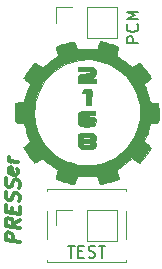
<source format=gbr>
G04 #@! TF.GenerationSoftware,KiCad,Pcbnew,(6.0.0)*
G04 #@! TF.CreationDate,2021-12-29T03:23:08-05:00*
G04 #@! TF.ProjectId,PressureSwitchBreakout,50726573-7375-4726-9553-776974636842,00*
G04 #@! TF.SameCoordinates,Original*
G04 #@! TF.FileFunction,Legend,Top*
G04 #@! TF.FilePolarity,Positive*
%FSLAX46Y46*%
G04 Gerber Fmt 4.6, Leading zero omitted, Abs format (unit mm)*
G04 Created by KiCad (PCBNEW (6.0.0)) date 2021-12-29 03:23:08*
%MOMM*%
%LPD*%
G01*
G04 APERTURE LIST*
%ADD10C,0.300000*%
%ADD11C,0.150000*%
%ADD12C,0.120000*%
%ADD13C,0.010000*%
G04 APERTURE END LIST*
D10*
X134042857Y-97937142D02*
X132842857Y-97787142D01*
X132842857Y-97330000D01*
X132900000Y-97222857D01*
X132957142Y-97172857D01*
X133071428Y-97130000D01*
X133242857Y-97151428D01*
X133357142Y-97222857D01*
X133414285Y-97287142D01*
X133471428Y-97408571D01*
X133471428Y-97865714D01*
X134042857Y-96051428D02*
X133471428Y-96380000D01*
X134042857Y-96737142D02*
X132842857Y-96587142D01*
X132842857Y-96130000D01*
X132900000Y-96022857D01*
X132957142Y-95972857D01*
X133071428Y-95930000D01*
X133242857Y-95951428D01*
X133357142Y-96022857D01*
X133414285Y-96087142D01*
X133471428Y-96208571D01*
X133471428Y-96665714D01*
X133414285Y-95458571D02*
X133414285Y-95058571D01*
X134042857Y-94965714D02*
X134042857Y-95537142D01*
X132842857Y-95387142D01*
X132842857Y-94815714D01*
X133985714Y-94501428D02*
X134042857Y-94337142D01*
X134042857Y-94051428D01*
X133985714Y-93930000D01*
X133928571Y-93865714D01*
X133814285Y-93794285D01*
X133700000Y-93780000D01*
X133585714Y-93822857D01*
X133528571Y-93872857D01*
X133471428Y-93980000D01*
X133414285Y-94201428D01*
X133357142Y-94308571D01*
X133300000Y-94358571D01*
X133185714Y-94401428D01*
X133071428Y-94387142D01*
X132957142Y-94315714D01*
X132900000Y-94251428D01*
X132842857Y-94130000D01*
X132842857Y-93844285D01*
X132900000Y-93680000D01*
X133985714Y-93358571D02*
X134042857Y-93194285D01*
X134042857Y-92908571D01*
X133985714Y-92787142D01*
X133928571Y-92722857D01*
X133814285Y-92651428D01*
X133700000Y-92637142D01*
X133585714Y-92680000D01*
X133528571Y-92730000D01*
X133471428Y-92837142D01*
X133414285Y-93058571D01*
X133357142Y-93165714D01*
X133300000Y-93215714D01*
X133185714Y-93258571D01*
X133071428Y-93244285D01*
X132957142Y-93172857D01*
X132900000Y-93108571D01*
X132842857Y-92987142D01*
X132842857Y-92701428D01*
X132900000Y-92537142D01*
X133835714Y-91757857D02*
X133892857Y-91879285D01*
X133892857Y-92107857D01*
X133835714Y-92215000D01*
X133721428Y-92257857D01*
X133264285Y-92200714D01*
X133150000Y-92129285D01*
X133092857Y-92007857D01*
X133092857Y-91779285D01*
X133150000Y-91672142D01*
X133264285Y-91629285D01*
X133378571Y-91643571D01*
X133492857Y-92229285D01*
X133892857Y-91193571D02*
X133092857Y-91093571D01*
X133321428Y-91122142D02*
X133207142Y-91050714D01*
X133150000Y-90986428D01*
X133092857Y-90865000D01*
X133092857Y-90750714D01*
D11*
X138104761Y-98258380D02*
X138676190Y-98258380D01*
X138390476Y-99258380D02*
X138390476Y-98258380D01*
X139009523Y-98734571D02*
X139342857Y-98734571D01*
X139485714Y-99258380D02*
X139009523Y-99258380D01*
X139009523Y-98258380D01*
X139485714Y-98258380D01*
X139866666Y-99210761D02*
X140009523Y-99258380D01*
X140247619Y-99258380D01*
X140342857Y-99210761D01*
X140390476Y-99163142D01*
X140438095Y-99067904D01*
X140438095Y-98972666D01*
X140390476Y-98877428D01*
X140342857Y-98829809D01*
X140247619Y-98782190D01*
X140057142Y-98734571D01*
X139961904Y-98686952D01*
X139914285Y-98639333D01*
X139866666Y-98544095D01*
X139866666Y-98448857D01*
X139914285Y-98353619D01*
X139961904Y-98306000D01*
X140057142Y-98258380D01*
X140295238Y-98258380D01*
X140438095Y-98306000D01*
X140723809Y-98258380D02*
X141295238Y-98258380D01*
X141009523Y-99258380D02*
X141009523Y-98258380D01*
X144089380Y-81089333D02*
X143089380Y-81089333D01*
X143089380Y-80708380D01*
X143137000Y-80613142D01*
X143184619Y-80565523D01*
X143279857Y-80517904D01*
X143422714Y-80517904D01*
X143517952Y-80565523D01*
X143565571Y-80613142D01*
X143613190Y-80708380D01*
X143613190Y-81089333D01*
X143994142Y-79517904D02*
X144041761Y-79565523D01*
X144089380Y-79708380D01*
X144089380Y-79803619D01*
X144041761Y-79946476D01*
X143946523Y-80041714D01*
X143851285Y-80089333D01*
X143660809Y-80136952D01*
X143517952Y-80136952D01*
X143327476Y-80089333D01*
X143232238Y-80041714D01*
X143137000Y-79946476D01*
X143089380Y-79803619D01*
X143089380Y-79708380D01*
X143137000Y-79565523D01*
X143184619Y-79517904D01*
X144089380Y-79089333D02*
X143089380Y-79089333D01*
X143803666Y-78756000D01*
X143089380Y-78422666D01*
X144089380Y-78422666D01*
D12*
X139700000Y-97850000D02*
X142300000Y-97850000D01*
X139700000Y-95190000D02*
X142300000Y-95190000D01*
X137100000Y-96520000D02*
X137100000Y-95190000D01*
X139700000Y-97850000D02*
X139700000Y-95190000D01*
X142300000Y-97850000D02*
X142300000Y-95190000D01*
X137100000Y-95190000D02*
X138430000Y-95190000D01*
D13*
X140930830Y-80958330D02*
X141050842Y-80985563D01*
X141050842Y-80985563D02*
X141218010Y-81029790D01*
X141218010Y-81029790D02*
X141415788Y-81086012D01*
X141415788Y-81086012D02*
X141627630Y-81149233D01*
X141627630Y-81149233D02*
X141836987Y-81214455D01*
X141836987Y-81214455D02*
X142027314Y-81276681D01*
X142027314Y-81276681D02*
X142182064Y-81330913D01*
X142182064Y-81330913D02*
X142284690Y-81372154D01*
X142284690Y-81372154D02*
X142312985Y-81387534D01*
X142312985Y-81387534D02*
X142343002Y-81419379D01*
X142343002Y-81419379D02*
X142354347Y-81470059D01*
X142354347Y-81470059D02*
X142346545Y-81558279D01*
X142346545Y-81558279D02*
X142319123Y-81702740D01*
X142319123Y-81702740D02*
X142303096Y-81777953D01*
X142303096Y-81777953D02*
X142271244Y-81943841D01*
X142271244Y-81943841D02*
X142252097Y-82081534D01*
X142252097Y-82081534D02*
X142248715Y-82167412D01*
X142248715Y-82167412D02*
X142251143Y-82179312D01*
X142251143Y-82179312D02*
X142296448Y-82227140D01*
X142296448Y-82227140D02*
X142396212Y-82301196D01*
X142396212Y-82301196D02*
X142530631Y-82387044D01*
X142530631Y-82387044D02*
X142559694Y-82404221D01*
X142559694Y-82404221D02*
X142723686Y-82509765D01*
X142723686Y-82509765D02*
X142917077Y-82649032D01*
X142917077Y-82649032D02*
X143107251Y-82798109D01*
X143107251Y-82798109D02*
X143177185Y-82856917D01*
X143177185Y-82856917D02*
X143316735Y-82975561D01*
X143316735Y-82975561D02*
X143431864Y-83070138D01*
X143431864Y-83070138D02*
X143508130Y-83128979D01*
X143508130Y-83128979D02*
X143530857Y-83142667D01*
X143530857Y-83142667D02*
X143574059Y-83120790D01*
X143574059Y-83120790D02*
X143669491Y-83062533D01*
X143669491Y-83062533D02*
X143799253Y-82978950D01*
X143799253Y-82978950D02*
X143847570Y-82947022D01*
X143847570Y-82947022D02*
X143989485Y-82859473D01*
X143989485Y-82859473D02*
X144109291Y-82797949D01*
X144109291Y-82797949D02*
X144186796Y-82772414D01*
X144186796Y-82772414D02*
X144199357Y-82773467D01*
X144199357Y-82773467D02*
X144239910Y-82812430D01*
X144239910Y-82812430D02*
X144319569Y-82906874D01*
X144319569Y-82906874D02*
X144428190Y-83043409D01*
X144428190Y-83043409D02*
X144555628Y-83208651D01*
X144555628Y-83208651D02*
X144691737Y-83389211D01*
X144691737Y-83389211D02*
X144826373Y-83571701D01*
X144826373Y-83571701D02*
X144949390Y-83742736D01*
X144949390Y-83742736D02*
X145050644Y-83888926D01*
X145050644Y-83888926D02*
X145090564Y-83949495D01*
X145090564Y-83949495D02*
X145160137Y-84057823D01*
X145160137Y-84057823D02*
X144864235Y-84301253D01*
X144864235Y-84301253D02*
X144733514Y-84412309D01*
X144733514Y-84412309D02*
X144632329Y-84504967D01*
X144632329Y-84504967D02*
X144575502Y-84565329D01*
X144575502Y-84565329D02*
X144568333Y-84578653D01*
X144568333Y-84578653D02*
X144584704Y-84631636D01*
X144584704Y-84631636D02*
X144627727Y-84738681D01*
X144627727Y-84738681D02*
X144688265Y-84877118D01*
X144688265Y-84877118D02*
X144691377Y-84883991D01*
X144691377Y-84883991D02*
X144757887Y-85049340D01*
X144757887Y-85049340D02*
X144831440Y-85261470D01*
X144831440Y-85261470D02*
X144899982Y-85484679D01*
X144899982Y-85484679D02*
X144925596Y-85577763D01*
X144925596Y-85577763D02*
X144975619Y-85761427D01*
X144975619Y-85761427D02*
X145021435Y-85918258D01*
X145021435Y-85918258D02*
X145056819Y-86027528D01*
X145056819Y-86027528D02*
X145071512Y-86063667D01*
X145071512Y-86063667D02*
X145124633Y-86101947D01*
X145124633Y-86101947D02*
X145241921Y-86129253D01*
X145241921Y-86129253D02*
X145433353Y-86147873D01*
X145433353Y-86147873D02*
X145440543Y-86148334D01*
X145440543Y-86148334D02*
X145774833Y-86169500D01*
X145774833Y-86169500D02*
X145786391Y-86947155D01*
X145786391Y-86947155D02*
X145788811Y-87267495D01*
X145788811Y-87267495D02*
X145785192Y-87507582D01*
X145785192Y-87507582D02*
X145775347Y-87671627D01*
X145775347Y-87671627D02*
X145759090Y-87763841D01*
X145759090Y-87763841D02*
X145749457Y-87783238D01*
X145749457Y-87783238D02*
X145669521Y-87821510D01*
X145669521Y-87821510D02*
X145509050Y-87839852D01*
X145509050Y-87839852D02*
X145415000Y-87841667D01*
X145415000Y-87841667D02*
X145238376Y-87849877D01*
X145238376Y-87849877D02*
X145122625Y-87872996D01*
X145122625Y-87872996D02*
X145086969Y-87894584D01*
X145086969Y-87894584D02*
X145057923Y-87959652D01*
X145057923Y-87959652D02*
X145019829Y-88082936D01*
X145019829Y-88082936D02*
X144980222Y-88239622D01*
X144980222Y-88239622D02*
X144974499Y-88265000D01*
X144974499Y-88265000D02*
X144926151Y-88449042D01*
X144926151Y-88449042D02*
X144856161Y-88673702D01*
X144856161Y-88673702D02*
X144776424Y-88901857D01*
X144776424Y-88901857D02*
X144739656Y-88997991D01*
X144739656Y-88997991D02*
X144575218Y-89413482D01*
X144575218Y-89413482D02*
X144707392Y-89527158D01*
X144707392Y-89527158D02*
X144820957Y-89626460D01*
X144820957Y-89626460D02*
X144953386Y-89744471D01*
X144953386Y-89744471D02*
X145005642Y-89791672D01*
X145005642Y-89791672D02*
X145171717Y-89942510D01*
X145171717Y-89942510D02*
X144697009Y-90585422D01*
X144697009Y-90585422D02*
X144546584Y-90786777D01*
X144546584Y-90786777D02*
X144412092Y-90962326D01*
X144412092Y-90962326D02*
X144301921Y-91101484D01*
X144301921Y-91101484D02*
X144224454Y-91193668D01*
X144224454Y-91193668D02*
X144188076Y-91228294D01*
X144188076Y-91228294D02*
X144187662Y-91228334D01*
X144187662Y-91228334D02*
X144137987Y-91207456D01*
X144137987Y-91207456D02*
X144035734Y-91151827D01*
X144035734Y-91151827D02*
X143899880Y-91071954D01*
X143899880Y-91071954D02*
X143847888Y-91040205D01*
X143847888Y-91040205D02*
X143542754Y-90852077D01*
X143542754Y-90852077D02*
X143219230Y-91115412D01*
X143219230Y-91115412D02*
X143029201Y-91262754D01*
X143029201Y-91262754D02*
X142813608Y-91418777D01*
X142813608Y-91418777D02*
X142612129Y-91554993D01*
X142612129Y-91554993D02*
X142567853Y-91583088D01*
X142567853Y-91583088D02*
X142409422Y-91684039D01*
X142409422Y-91684039D02*
X142308496Y-91764454D01*
X142308496Y-91764454D02*
X142257481Y-91845410D01*
X142257481Y-91845410D02*
X142248784Y-91947980D01*
X142248784Y-91947980D02*
X142274812Y-92093241D01*
X142274812Y-92093241D02*
X142319925Y-92271243D01*
X142319925Y-92271243D02*
X142398400Y-92573320D01*
X142398400Y-92573320D02*
X141661789Y-92815045D01*
X141661789Y-92815045D02*
X141424320Y-92891028D01*
X141424320Y-92891028D02*
X141212953Y-92954989D01*
X141212953Y-92954989D02*
X141041405Y-93003070D01*
X141041405Y-93003070D02*
X140923394Y-93031418D01*
X140923394Y-93031418D02*
X140873505Y-93036614D01*
X140873505Y-93036614D02*
X140835454Y-92989726D01*
X140835454Y-92989726D02*
X140780648Y-92883322D01*
X140780648Y-92883322D02*
X140719430Y-92738096D01*
X140719430Y-92738096D02*
X140704275Y-92697987D01*
X140704275Y-92697987D02*
X140642738Y-92546121D01*
X140642738Y-92546121D02*
X140584524Y-92427796D01*
X140584524Y-92427796D02*
X140540149Y-92363777D01*
X140540149Y-92363777D02*
X140532466Y-92358698D01*
X140532466Y-92358698D02*
X140467805Y-92353355D01*
X140467805Y-92353355D02*
X140341958Y-92357013D01*
X140341958Y-92357013D02*
X140177822Y-92368776D01*
X140177822Y-92368776D02*
X140109036Y-92375300D01*
X140109036Y-92375300D02*
X139799703Y-92391221D01*
X139799703Y-92391221D02*
X139471401Y-92382547D01*
X139471401Y-92382547D02*
X139349545Y-92372338D01*
X139349545Y-92372338D02*
X139149031Y-92354877D01*
X139149031Y-92354877D02*
X139017793Y-92352364D01*
X139017793Y-92352364D02*
X138941706Y-92365156D01*
X138941706Y-92365156D02*
X138913710Y-92383395D01*
X138913710Y-92383395D02*
X138877375Y-92446062D01*
X138877375Y-92446062D02*
X138823000Y-92564622D01*
X138823000Y-92564622D02*
X138761344Y-92715351D01*
X138761344Y-92715351D02*
X138751186Y-92741750D01*
X138751186Y-92741750D02*
X138677989Y-92915113D01*
X138677989Y-92915113D02*
X138617945Y-93013467D01*
X138617945Y-93013467D02*
X138566267Y-93044548D01*
X138566267Y-93044548D02*
X138563842Y-93044476D01*
X138563842Y-93044476D02*
X138501772Y-93030434D01*
X138501772Y-93030434D02*
X138374128Y-92994177D01*
X138374128Y-92994177D02*
X138195692Y-92940156D01*
X138195692Y-92940156D02*
X137981247Y-92872824D01*
X137981247Y-92872824D02*
X137801933Y-92815048D01*
X137801933Y-92815048D02*
X137574413Y-92740290D01*
X137574413Y-92740290D02*
X137376314Y-92673950D01*
X137376314Y-92673950D02*
X137221102Y-92620640D01*
X137221102Y-92620640D02*
X137122247Y-92584970D01*
X137122247Y-92584970D02*
X137092792Y-92572237D01*
X137092792Y-92572237D02*
X137094376Y-92525990D01*
X137094376Y-92525990D02*
X137114122Y-92418614D01*
X137114122Y-92418614D02*
X137148065Y-92270707D01*
X137148065Y-92270707D02*
X137159942Y-92223393D01*
X137159942Y-92223393D02*
X137199702Y-92061902D01*
X137199702Y-92061902D02*
X137229455Y-91929571D01*
X137229455Y-91929571D02*
X137244010Y-91849830D01*
X137244010Y-91849830D02*
X137244666Y-91840897D01*
X137244666Y-91840897D02*
X137210937Y-91798341D01*
X137210937Y-91798341D02*
X137119809Y-91723659D01*
X137119809Y-91723659D02*
X136986366Y-91628476D01*
X136986366Y-91628476D02*
X136869742Y-91551991D01*
X136869742Y-91551991D02*
X136673971Y-91420681D01*
X136673971Y-91420681D02*
X136470436Y-91272407D01*
X136470436Y-91272407D02*
X136292494Y-91131855D01*
X136292494Y-91131855D02*
X136233141Y-91080822D01*
X136233141Y-91080822D02*
X136110092Y-90973507D01*
X136110092Y-90973507D02*
X136011580Y-90892207D01*
X136011580Y-90892207D02*
X135953969Y-90850264D01*
X135953969Y-90850264D02*
X135946785Y-90847334D01*
X135946785Y-90847334D02*
X135902307Y-90868541D01*
X135902307Y-90868541D02*
X135804311Y-90925251D01*
X135804311Y-90925251D02*
X135670440Y-91007091D01*
X135670440Y-91007091D02*
X135604676Y-91048417D01*
X135604676Y-91048417D02*
X135461410Y-91137026D01*
X135461410Y-91137026D02*
X135346886Y-91203833D01*
X135346886Y-91203833D02*
X135278383Y-91238939D01*
X135278383Y-91238939D02*
X135267188Y-91241762D01*
X135267188Y-91241762D02*
X135232254Y-91204441D01*
X135232254Y-91204441D02*
X135159668Y-91111266D01*
X135159668Y-91111266D02*
X135058697Y-90975356D01*
X135058697Y-90975356D02*
X134938611Y-90809828D01*
X134938611Y-90809828D02*
X134808676Y-90627798D01*
X134808676Y-90627798D02*
X134678160Y-90442384D01*
X134678160Y-90442384D02*
X134556331Y-90266703D01*
X134556331Y-90266703D02*
X134452457Y-90113873D01*
X134452457Y-90113873D02*
X134375806Y-89997010D01*
X134375806Y-89997010D02*
X134335645Y-89929233D01*
X134335645Y-89929233D02*
X134331988Y-89918117D01*
X134331988Y-89918117D02*
X134368210Y-89877715D01*
X134368210Y-89877715D02*
X134453904Y-89797814D01*
X134453904Y-89797814D02*
X134573310Y-89692888D01*
X134573310Y-89692888D02*
X134627022Y-89647120D01*
X134627022Y-89647120D02*
X134909211Y-89408740D01*
X134909211Y-89408740D02*
X134766900Y-89059120D01*
X134766900Y-89059120D02*
X134685855Y-88842705D01*
X134685855Y-88842705D02*
X134602750Y-88592832D01*
X134602750Y-88592832D02*
X134533821Y-88358709D01*
X134533821Y-88358709D02*
X134525841Y-88328500D01*
X134525841Y-88328500D02*
X134478915Y-88155131D01*
X134478915Y-88155131D02*
X134436070Y-88010397D01*
X134436070Y-88010397D02*
X134403855Y-87915866D01*
X134403855Y-87915866D02*
X134394047Y-87894584D01*
X134394047Y-87894584D02*
X134329147Y-87862317D01*
X134329147Y-87862317D02*
X134188724Y-87844678D01*
X134188724Y-87844678D02*
X134070630Y-87841667D01*
X134070630Y-87841667D02*
X133927585Y-87842719D01*
X133927585Y-87842719D02*
X133820766Y-87838726D01*
X133820766Y-87838726D02*
X133744916Y-87818961D01*
X133744916Y-87818961D02*
X133694775Y-87772699D01*
X133694775Y-87772699D02*
X133665087Y-87689215D01*
X133665087Y-87689215D02*
X133650592Y-87557782D01*
X133650592Y-87557782D02*
X133646034Y-87367676D01*
X133646034Y-87367676D02*
X133646153Y-87108171D01*
X133646153Y-87108171D02*
X133646278Y-87016167D01*
X133646278Y-87016167D02*
X135281195Y-87016167D01*
X135281195Y-87016167D02*
X135284618Y-87289975D01*
X135284618Y-87289975D02*
X135292422Y-87501604D01*
X135292422Y-87501604D02*
X135307030Y-87673519D01*
X135307030Y-87673519D02*
X135330864Y-87828185D01*
X135330864Y-87828185D02*
X135366345Y-87988067D01*
X135366345Y-87988067D02*
X135399873Y-88116834D01*
X135399873Y-88116834D02*
X135597965Y-88693138D01*
X135597965Y-88693138D02*
X135868317Y-89231973D01*
X135868317Y-89231973D02*
X136205147Y-89727097D01*
X136205147Y-89727097D02*
X136602674Y-90172271D01*
X136602674Y-90172271D02*
X137055117Y-90561255D01*
X137055117Y-90561255D02*
X137556694Y-90887808D01*
X137556694Y-90887808D02*
X138101625Y-91145692D01*
X138101625Y-91145692D02*
X138260666Y-91204562D01*
X138260666Y-91204562D02*
X138516929Y-91289377D01*
X138516929Y-91289377D02*
X138740934Y-91350895D01*
X138740934Y-91350895D02*
X138954914Y-91392186D01*
X138954914Y-91392186D02*
X139181100Y-91416321D01*
X139181100Y-91416321D02*
X139441722Y-91426370D01*
X139441722Y-91426370D02*
X139759014Y-91425405D01*
X139759014Y-91425405D02*
X139848166Y-91423835D01*
X139848166Y-91423835D02*
X140127847Y-91416963D01*
X140127847Y-91416963D02*
X140342820Y-91407284D01*
X140342820Y-91407284D02*
X140513044Y-91392479D01*
X140513044Y-91392479D02*
X140658477Y-91370227D01*
X140658477Y-91370227D02*
X140799078Y-91338209D01*
X140799078Y-91338209D02*
X140948833Y-91295890D01*
X140948833Y-91295890D02*
X141542023Y-91076613D01*
X141542023Y-91076613D02*
X142087663Y-90789458D01*
X142087663Y-90789458D02*
X142581714Y-90438566D01*
X142581714Y-90438566D02*
X143020140Y-90028082D01*
X143020140Y-90028082D02*
X143398903Y-89562148D01*
X143398903Y-89562148D02*
X143713966Y-89044907D01*
X143713966Y-89044907D02*
X143961291Y-88480503D01*
X143961291Y-88480503D02*
X144088028Y-88074500D01*
X144088028Y-88074500D02*
X144133403Y-87892098D01*
X144133403Y-87892098D02*
X144164993Y-87730531D01*
X144164993Y-87730531D02*
X144185309Y-87566268D01*
X144185309Y-87566268D02*
X144196861Y-87375779D01*
X144196861Y-87375779D02*
X144202161Y-87135534D01*
X144202161Y-87135534D02*
X144203225Y-86995000D01*
X144203225Y-86995000D02*
X144199645Y-86650005D01*
X144199645Y-86650005D02*
X144182373Y-86362702D01*
X144182373Y-86362702D02*
X144147145Y-86106645D01*
X144147145Y-86106645D02*
X144089698Y-85855385D01*
X144089698Y-85855385D02*
X144005768Y-85582475D01*
X144005768Y-85582475D02*
X143949485Y-85421112D01*
X143949485Y-85421112D02*
X143709236Y-84873961D01*
X143709236Y-84873961D02*
X143399498Y-84369794D01*
X143399498Y-84369794D02*
X143026494Y-83913705D01*
X143026494Y-83913705D02*
X142596449Y-83510786D01*
X142596449Y-83510786D02*
X142115587Y-83166128D01*
X142115587Y-83166128D02*
X141590132Y-82884825D01*
X141590132Y-82884825D02*
X141026308Y-82671968D01*
X141026308Y-82671968D02*
X140430339Y-82532649D01*
X140430339Y-82532649D02*
X140416130Y-82530322D01*
X140416130Y-82530322D02*
X140026531Y-82481119D01*
X140026531Y-82481119D02*
X139670482Y-82469872D01*
X139670482Y-82469872D02*
X139305851Y-82496582D01*
X139305851Y-82496582D02*
X139068535Y-82530322D01*
X139068535Y-82530322D02*
X138459393Y-82669117D01*
X138459393Y-82669117D02*
X137891721Y-82881614D01*
X137891721Y-82881614D02*
X137363755Y-83168720D01*
X137363755Y-83168720D02*
X136873727Y-83531343D01*
X136873727Y-83531343D02*
X136566671Y-83816074D01*
X136566671Y-83816074D02*
X136202676Y-84224993D01*
X136202676Y-84224993D02*
X135901800Y-84657789D01*
X135901800Y-84657789D02*
X135656414Y-85128620D01*
X135656414Y-85128620D02*
X135458889Y-85651646D01*
X135458889Y-85651646D02*
X135332883Y-86106000D01*
X135332883Y-86106000D02*
X135307039Y-86270595D01*
X135307039Y-86270595D02*
X135289727Y-86509306D01*
X135289727Y-86509306D02*
X135281527Y-86811956D01*
X135281527Y-86811956D02*
X135281195Y-87016167D01*
X135281195Y-87016167D02*
X133646278Y-87016167D01*
X133646278Y-87016167D02*
X133646333Y-86976175D01*
X133646333Y-86976175D02*
X133646333Y-86162074D01*
X133646333Y-86162074D02*
X134031881Y-86123454D01*
X134031881Y-86123454D02*
X134417428Y-86084834D01*
X134417428Y-86084834D02*
X134521009Y-85682667D01*
X134521009Y-85682667D02*
X134585862Y-85454264D01*
X134585862Y-85454264D02*
X134665748Y-85206207D01*
X134665748Y-85206207D02*
X134745889Y-84983743D01*
X134745889Y-84983743D02*
X134765011Y-84935514D01*
X134765011Y-84935514D02*
X134825147Y-84776545D01*
X134825147Y-84776545D02*
X134865996Y-84646187D01*
X134865996Y-84646187D02*
X134881559Y-84564710D01*
X134881559Y-84564710D02*
X134879133Y-84549973D01*
X134879133Y-84549973D02*
X134835966Y-84505472D01*
X134835966Y-84505472D02*
X134744593Y-84423184D01*
X134744593Y-84423184D02*
X134622509Y-84318727D01*
X134622509Y-84318727D02*
X134585265Y-84287683D01*
X134585265Y-84287683D02*
X134453594Y-84169846D01*
X134453594Y-84169846D02*
X134367651Y-84074664D01*
X134367651Y-84074664D02*
X134338323Y-84014450D01*
X134338323Y-84014450D02*
X134339364Y-84009487D01*
X134339364Y-84009487D02*
X134369670Y-83960079D01*
X134369670Y-83960079D02*
X134440258Y-83856614D01*
X134440258Y-83856614D02*
X134541033Y-83713081D01*
X134541033Y-83713081D02*
X134661895Y-83543467D01*
X134661895Y-83543467D02*
X134792748Y-83361761D01*
X134792748Y-83361761D02*
X134923494Y-83181952D01*
X134923494Y-83181952D02*
X135044036Y-83018028D01*
X135044036Y-83018028D02*
X135144276Y-82883978D01*
X135144276Y-82883978D02*
X135214117Y-82793790D01*
X135214117Y-82793790D02*
X135234204Y-82769824D01*
X135234204Y-82769824D02*
X135274325Y-82748737D01*
X135274325Y-82748737D02*
X135338566Y-82763924D01*
X135338566Y-82763924D02*
X135443300Y-82821388D01*
X135443300Y-82821388D02*
X135534104Y-82879790D01*
X135534104Y-82879790D02*
X135711306Y-82997001D01*
X135711306Y-82997001D02*
X135835253Y-83071227D01*
X135835253Y-83071227D02*
X135925147Y-83103287D01*
X135925147Y-83103287D02*
X136000185Y-83093999D01*
X136000185Y-83093999D02*
X136079570Y-83044181D01*
X136079570Y-83044181D02*
X136182502Y-82954653D01*
X136182502Y-82954653D02*
X136232698Y-82909574D01*
X136232698Y-82909574D02*
X136390053Y-82779492D01*
X136390053Y-82779492D02*
X136587044Y-82631303D01*
X136587044Y-82631303D02*
X136790276Y-82489730D01*
X136790276Y-82489730D02*
X136869742Y-82438010D01*
X136869742Y-82438010D02*
X137040016Y-82323602D01*
X137040016Y-82323602D02*
X137165396Y-82226154D01*
X137165396Y-82226154D02*
X137234289Y-82155152D01*
X137234289Y-82155152D02*
X137243941Y-82131748D01*
X137243941Y-82131748D02*
X137233364Y-82059355D01*
X137233364Y-82059355D02*
X137206084Y-81930976D01*
X137206084Y-81930976D02*
X137167636Y-81772320D01*
X137167636Y-81772320D02*
X137160899Y-81746158D01*
X137160899Y-81746158D02*
X137125488Y-81592419D01*
X137125488Y-81592419D02*
X137106071Y-81471644D01*
X137106071Y-81471644D02*
X137105960Y-81405741D01*
X137105960Y-81405741D02*
X137108708Y-81400915D01*
X137108708Y-81400915D02*
X137164869Y-81373411D01*
X137164869Y-81373411D02*
X137285499Y-81328562D01*
X137285499Y-81328562D02*
X137453478Y-81271639D01*
X137453478Y-81271639D02*
X137651685Y-81207911D01*
X137651685Y-81207911D02*
X137862998Y-81142649D01*
X137862998Y-81142649D02*
X138070298Y-81081122D01*
X138070298Y-81081122D02*
X138256462Y-81028599D01*
X138256462Y-81028599D02*
X138404371Y-80990352D01*
X138404371Y-80990352D02*
X138496902Y-80971649D01*
X138496902Y-80971649D02*
X138506153Y-80970777D01*
X138506153Y-80970777D02*
X138577129Y-80970372D01*
X138577129Y-80970372D02*
X138627250Y-80989855D01*
X138627250Y-80989855D02*
X138670085Y-81044994D01*
X138670085Y-81044994D02*
X138719209Y-81151560D01*
X138719209Y-81151560D02*
X138768841Y-81275988D01*
X138768841Y-81275988D02*
X138830948Y-81427953D01*
X138830948Y-81427953D02*
X138885002Y-81549027D01*
X138885002Y-81549027D02*
X138921204Y-81617534D01*
X138921204Y-81617534D02*
X138925959Y-81623560D01*
X138925959Y-81623560D02*
X138980325Y-81634150D01*
X138980325Y-81634150D02*
X139098556Y-81634727D01*
X139098556Y-81634727D02*
X139260488Y-81625633D01*
X139260488Y-81625633D02*
X139366421Y-81616070D01*
X139366421Y-81616070D02*
X139739658Y-81595867D01*
X139739658Y-81595867D02*
X140091845Y-81610410D01*
X140091845Y-81610410D02*
X140124199Y-81613809D01*
X140124199Y-81613809D02*
X140292495Y-81629694D01*
X140292495Y-81629694D02*
X140430918Y-81637352D01*
X140430918Y-81637352D02*
X140516001Y-81635661D01*
X140516001Y-81635661D02*
X140527759Y-81633109D01*
X140527759Y-81633109D02*
X140566272Y-81586415D01*
X140566272Y-81586415D02*
X140622063Y-81480284D01*
X140622063Y-81480284D02*
X140684657Y-81335269D01*
X140684657Y-81335269D02*
X140700875Y-81293410D01*
X140700875Y-81293410D02*
X140763598Y-81141497D01*
X140763598Y-81141497D02*
X140822359Y-81022986D01*
X140822359Y-81022986D02*
X140866644Y-80958482D01*
X140866644Y-80958482D02*
X140874521Y-80953088D01*
X140874521Y-80953088D02*
X140930830Y-80958330D01*
X140930830Y-80958330D02*
X140930830Y-80958330D01*
G36*
X133646333Y-86162074D02*
G01*
X134031881Y-86123454D01*
X134417428Y-86084834D01*
X134521009Y-85682667D01*
X134585862Y-85454264D01*
X134665748Y-85206207D01*
X134745889Y-84983743D01*
X134765011Y-84935514D01*
X134825147Y-84776545D01*
X134865996Y-84646187D01*
X134881559Y-84564710D01*
X134879133Y-84549973D01*
X134835966Y-84505472D01*
X134744593Y-84423184D01*
X134622509Y-84318727D01*
X134585265Y-84287683D01*
X134453594Y-84169846D01*
X134367651Y-84074664D01*
X134338323Y-84014450D01*
X134339364Y-84009487D01*
X134369670Y-83960079D01*
X134440258Y-83856614D01*
X134541033Y-83713081D01*
X134661895Y-83543467D01*
X134792748Y-83361761D01*
X134923494Y-83181952D01*
X135044036Y-83018028D01*
X135144276Y-82883978D01*
X135214117Y-82793790D01*
X135234204Y-82769824D01*
X135274325Y-82748737D01*
X135338566Y-82763924D01*
X135443300Y-82821388D01*
X135534104Y-82879790D01*
X135711306Y-82997001D01*
X135835253Y-83071227D01*
X135925147Y-83103287D01*
X136000185Y-83093999D01*
X136079570Y-83044181D01*
X136182502Y-82954653D01*
X136232698Y-82909574D01*
X136390053Y-82779492D01*
X136587044Y-82631303D01*
X136790276Y-82489730D01*
X136869742Y-82438010D01*
X137040016Y-82323602D01*
X137165396Y-82226154D01*
X137234289Y-82155152D01*
X137243941Y-82131748D01*
X137233364Y-82059355D01*
X137206084Y-81930976D01*
X137167636Y-81772320D01*
X137160899Y-81746158D01*
X137125488Y-81592419D01*
X137106071Y-81471644D01*
X137105960Y-81405741D01*
X137108708Y-81400915D01*
X137164869Y-81373411D01*
X137285499Y-81328562D01*
X137453478Y-81271639D01*
X137651685Y-81207911D01*
X137862998Y-81142649D01*
X138070298Y-81081122D01*
X138256462Y-81028599D01*
X138404371Y-80990352D01*
X138496902Y-80971649D01*
X138506153Y-80970777D01*
X138577129Y-80970372D01*
X138627250Y-80989855D01*
X138670085Y-81044994D01*
X138719209Y-81151560D01*
X138768841Y-81275988D01*
X138830948Y-81427953D01*
X138885002Y-81549027D01*
X138921204Y-81617534D01*
X138925959Y-81623560D01*
X138980325Y-81634150D01*
X139098556Y-81634727D01*
X139260488Y-81625633D01*
X139366421Y-81616070D01*
X139739658Y-81595867D01*
X140091845Y-81610410D01*
X140124199Y-81613809D01*
X140292495Y-81629694D01*
X140430918Y-81637352D01*
X140516001Y-81635661D01*
X140527759Y-81633109D01*
X140566272Y-81586415D01*
X140622063Y-81480284D01*
X140684657Y-81335269D01*
X140700875Y-81293410D01*
X140763598Y-81141497D01*
X140822359Y-81022986D01*
X140866644Y-80958482D01*
X140874521Y-80953088D01*
X140930830Y-80958330D01*
X141050842Y-80985563D01*
X141218010Y-81029790D01*
X141415788Y-81086012D01*
X141627630Y-81149233D01*
X141836987Y-81214455D01*
X142027314Y-81276681D01*
X142182064Y-81330913D01*
X142284690Y-81372154D01*
X142312985Y-81387534D01*
X142343002Y-81419379D01*
X142354347Y-81470059D01*
X142346545Y-81558279D01*
X142319123Y-81702740D01*
X142303096Y-81777953D01*
X142271244Y-81943841D01*
X142252097Y-82081534D01*
X142248715Y-82167412D01*
X142251143Y-82179312D01*
X142296448Y-82227140D01*
X142396212Y-82301196D01*
X142530631Y-82387044D01*
X142559694Y-82404221D01*
X142723686Y-82509765D01*
X142917077Y-82649032D01*
X143107251Y-82798109D01*
X143177185Y-82856917D01*
X143316735Y-82975561D01*
X143431864Y-83070138D01*
X143508130Y-83128979D01*
X143530857Y-83142667D01*
X143574059Y-83120790D01*
X143669491Y-83062533D01*
X143799253Y-82978950D01*
X143847570Y-82947022D01*
X143989485Y-82859473D01*
X144109291Y-82797949D01*
X144186796Y-82772414D01*
X144199357Y-82773467D01*
X144239910Y-82812430D01*
X144319569Y-82906874D01*
X144428190Y-83043409D01*
X144555628Y-83208651D01*
X144691737Y-83389211D01*
X144826373Y-83571701D01*
X144949390Y-83742736D01*
X145050644Y-83888926D01*
X145090564Y-83949495D01*
X145160137Y-84057823D01*
X144864235Y-84301253D01*
X144733514Y-84412309D01*
X144632329Y-84504967D01*
X144575502Y-84565329D01*
X144568333Y-84578653D01*
X144584704Y-84631636D01*
X144627727Y-84738681D01*
X144688265Y-84877118D01*
X144691377Y-84883991D01*
X144757887Y-85049340D01*
X144831440Y-85261470D01*
X144899982Y-85484679D01*
X144925596Y-85577763D01*
X144975619Y-85761427D01*
X145021435Y-85918258D01*
X145056819Y-86027528D01*
X145071512Y-86063667D01*
X145124633Y-86101947D01*
X145241921Y-86129253D01*
X145433353Y-86147873D01*
X145440543Y-86148334D01*
X145774833Y-86169500D01*
X145786391Y-86947155D01*
X145788811Y-87267495D01*
X145785192Y-87507582D01*
X145775347Y-87671627D01*
X145759090Y-87763841D01*
X145749457Y-87783238D01*
X145669521Y-87821510D01*
X145509050Y-87839852D01*
X145415000Y-87841667D01*
X145238376Y-87849877D01*
X145122625Y-87872996D01*
X145086969Y-87894584D01*
X145057923Y-87959652D01*
X145019829Y-88082936D01*
X144980222Y-88239622D01*
X144974499Y-88265000D01*
X144926151Y-88449042D01*
X144856161Y-88673702D01*
X144776424Y-88901857D01*
X144739656Y-88997991D01*
X144575218Y-89413482D01*
X144707392Y-89527158D01*
X144820957Y-89626460D01*
X144953386Y-89744471D01*
X145005642Y-89791672D01*
X145171717Y-89942510D01*
X144697009Y-90585422D01*
X144546584Y-90786777D01*
X144412092Y-90962326D01*
X144301921Y-91101484D01*
X144224454Y-91193668D01*
X144188076Y-91228294D01*
X144187662Y-91228334D01*
X144137987Y-91207456D01*
X144035734Y-91151827D01*
X143899880Y-91071954D01*
X143847888Y-91040205D01*
X143542754Y-90852077D01*
X143219230Y-91115412D01*
X143029201Y-91262754D01*
X142813608Y-91418777D01*
X142612129Y-91554993D01*
X142567853Y-91583088D01*
X142409422Y-91684039D01*
X142308496Y-91764454D01*
X142257481Y-91845410D01*
X142248784Y-91947980D01*
X142274812Y-92093241D01*
X142319925Y-92271243D01*
X142398400Y-92573320D01*
X141661789Y-92815045D01*
X141424320Y-92891028D01*
X141212953Y-92954989D01*
X141041405Y-93003070D01*
X140923394Y-93031418D01*
X140873505Y-93036614D01*
X140835454Y-92989726D01*
X140780648Y-92883322D01*
X140719430Y-92738096D01*
X140704275Y-92697987D01*
X140642738Y-92546121D01*
X140584524Y-92427796D01*
X140540149Y-92363777D01*
X140532466Y-92358698D01*
X140467805Y-92353355D01*
X140341958Y-92357013D01*
X140177822Y-92368776D01*
X140109036Y-92375300D01*
X139799703Y-92391221D01*
X139471401Y-92382547D01*
X139349545Y-92372338D01*
X139149031Y-92354877D01*
X139017793Y-92352364D01*
X138941706Y-92365156D01*
X138913710Y-92383395D01*
X138877375Y-92446062D01*
X138823000Y-92564622D01*
X138761344Y-92715351D01*
X138751186Y-92741750D01*
X138677989Y-92915113D01*
X138617945Y-93013467D01*
X138566267Y-93044548D01*
X138563842Y-93044476D01*
X138501772Y-93030434D01*
X138374128Y-92994177D01*
X138195692Y-92940156D01*
X137981247Y-92872824D01*
X137801933Y-92815048D01*
X137574413Y-92740290D01*
X137376314Y-92673950D01*
X137221102Y-92620640D01*
X137122247Y-92584970D01*
X137092792Y-92572237D01*
X137094376Y-92525990D01*
X137114122Y-92418614D01*
X137148065Y-92270707D01*
X137159942Y-92223393D01*
X137199702Y-92061902D01*
X137229455Y-91929571D01*
X137244010Y-91849830D01*
X137244666Y-91840897D01*
X137210937Y-91798341D01*
X137119809Y-91723659D01*
X136986366Y-91628476D01*
X136869742Y-91551991D01*
X136673971Y-91420681D01*
X136470436Y-91272407D01*
X136292494Y-91131855D01*
X136233141Y-91080822D01*
X136110092Y-90973507D01*
X136011580Y-90892207D01*
X135953969Y-90850264D01*
X135946785Y-90847334D01*
X135902307Y-90868541D01*
X135804311Y-90925251D01*
X135670440Y-91007091D01*
X135604676Y-91048417D01*
X135461410Y-91137026D01*
X135346886Y-91203833D01*
X135278383Y-91238939D01*
X135267188Y-91241762D01*
X135232254Y-91204441D01*
X135159668Y-91111266D01*
X135058697Y-90975356D01*
X134938611Y-90809828D01*
X134808676Y-90627798D01*
X134678160Y-90442384D01*
X134556331Y-90266703D01*
X134452457Y-90113873D01*
X134375806Y-89997010D01*
X134335645Y-89929233D01*
X134331988Y-89918117D01*
X134368210Y-89877715D01*
X134453904Y-89797814D01*
X134573310Y-89692888D01*
X134627022Y-89647120D01*
X134909211Y-89408740D01*
X134766900Y-89059120D01*
X134685855Y-88842705D01*
X134602750Y-88592832D01*
X134533821Y-88358709D01*
X134525841Y-88328500D01*
X134478915Y-88155131D01*
X134436070Y-88010397D01*
X134403855Y-87915866D01*
X134394047Y-87894584D01*
X134329147Y-87862317D01*
X134188724Y-87844678D01*
X134070630Y-87841667D01*
X133927585Y-87842719D01*
X133820766Y-87838726D01*
X133744916Y-87818961D01*
X133694775Y-87772699D01*
X133665087Y-87689215D01*
X133650592Y-87557782D01*
X133646034Y-87367676D01*
X133646153Y-87108171D01*
X133646278Y-87016167D01*
X135281195Y-87016167D01*
X135284618Y-87289975D01*
X135292422Y-87501604D01*
X135307030Y-87673519D01*
X135330864Y-87828185D01*
X135366345Y-87988067D01*
X135399873Y-88116834D01*
X135597965Y-88693138D01*
X135868317Y-89231973D01*
X136205147Y-89727097D01*
X136602674Y-90172271D01*
X137055117Y-90561255D01*
X137556694Y-90887808D01*
X138101625Y-91145692D01*
X138260666Y-91204562D01*
X138516929Y-91289377D01*
X138740934Y-91350895D01*
X138954914Y-91392186D01*
X139181100Y-91416321D01*
X139441722Y-91426370D01*
X139759014Y-91425405D01*
X139848166Y-91423835D01*
X140127847Y-91416963D01*
X140342820Y-91407284D01*
X140513044Y-91392479D01*
X140658477Y-91370227D01*
X140799078Y-91338209D01*
X140948833Y-91295890D01*
X141542023Y-91076613D01*
X142087663Y-90789458D01*
X142581714Y-90438566D01*
X143020140Y-90028082D01*
X143398903Y-89562148D01*
X143713966Y-89044907D01*
X143961291Y-88480503D01*
X144088028Y-88074500D01*
X144133403Y-87892098D01*
X144164993Y-87730531D01*
X144185309Y-87566268D01*
X144196861Y-87375779D01*
X144202161Y-87135534D01*
X144203225Y-86995000D01*
X144199645Y-86650005D01*
X144182373Y-86362702D01*
X144147145Y-86106645D01*
X144089698Y-85855385D01*
X144005768Y-85582475D01*
X143949485Y-85421112D01*
X143709236Y-84873961D01*
X143399498Y-84369794D01*
X143026494Y-83913705D01*
X142596449Y-83510786D01*
X142115587Y-83166128D01*
X141590132Y-82884825D01*
X141026308Y-82671968D01*
X140430339Y-82532649D01*
X140416130Y-82530322D01*
X140026531Y-82481119D01*
X139670482Y-82469872D01*
X139305851Y-82496582D01*
X139068535Y-82530322D01*
X138459393Y-82669117D01*
X137891721Y-82881614D01*
X137363755Y-83168720D01*
X136873727Y-83531343D01*
X136566671Y-83816074D01*
X136202676Y-84224993D01*
X135901800Y-84657789D01*
X135656414Y-85128620D01*
X135458889Y-85651646D01*
X135332883Y-86106000D01*
X135307039Y-86270595D01*
X135289727Y-86509306D01*
X135281527Y-86811956D01*
X135281195Y-87016167D01*
X133646278Y-87016167D01*
X133646333Y-86976175D01*
X133646333Y-86162074D01*
G37*
X133646333Y-86162074D02*
X134031881Y-86123454D01*
X134417428Y-86084834D01*
X134521009Y-85682667D01*
X134585862Y-85454264D01*
X134665748Y-85206207D01*
X134745889Y-84983743D01*
X134765011Y-84935514D01*
X134825147Y-84776545D01*
X134865996Y-84646187D01*
X134881559Y-84564710D01*
X134879133Y-84549973D01*
X134835966Y-84505472D01*
X134744593Y-84423184D01*
X134622509Y-84318727D01*
X134585265Y-84287683D01*
X134453594Y-84169846D01*
X134367651Y-84074664D01*
X134338323Y-84014450D01*
X134339364Y-84009487D01*
X134369670Y-83960079D01*
X134440258Y-83856614D01*
X134541033Y-83713081D01*
X134661895Y-83543467D01*
X134792748Y-83361761D01*
X134923494Y-83181952D01*
X135044036Y-83018028D01*
X135144276Y-82883978D01*
X135214117Y-82793790D01*
X135234204Y-82769824D01*
X135274325Y-82748737D01*
X135338566Y-82763924D01*
X135443300Y-82821388D01*
X135534104Y-82879790D01*
X135711306Y-82997001D01*
X135835253Y-83071227D01*
X135925147Y-83103287D01*
X136000185Y-83093999D01*
X136079570Y-83044181D01*
X136182502Y-82954653D01*
X136232698Y-82909574D01*
X136390053Y-82779492D01*
X136587044Y-82631303D01*
X136790276Y-82489730D01*
X136869742Y-82438010D01*
X137040016Y-82323602D01*
X137165396Y-82226154D01*
X137234289Y-82155152D01*
X137243941Y-82131748D01*
X137233364Y-82059355D01*
X137206084Y-81930976D01*
X137167636Y-81772320D01*
X137160899Y-81746158D01*
X137125488Y-81592419D01*
X137106071Y-81471644D01*
X137105960Y-81405741D01*
X137108708Y-81400915D01*
X137164869Y-81373411D01*
X137285499Y-81328562D01*
X137453478Y-81271639D01*
X137651685Y-81207911D01*
X137862998Y-81142649D01*
X138070298Y-81081122D01*
X138256462Y-81028599D01*
X138404371Y-80990352D01*
X138496902Y-80971649D01*
X138506153Y-80970777D01*
X138577129Y-80970372D01*
X138627250Y-80989855D01*
X138670085Y-81044994D01*
X138719209Y-81151560D01*
X138768841Y-81275988D01*
X138830948Y-81427953D01*
X138885002Y-81549027D01*
X138921204Y-81617534D01*
X138925959Y-81623560D01*
X138980325Y-81634150D01*
X139098556Y-81634727D01*
X139260488Y-81625633D01*
X139366421Y-81616070D01*
X139739658Y-81595867D01*
X140091845Y-81610410D01*
X140124199Y-81613809D01*
X140292495Y-81629694D01*
X140430918Y-81637352D01*
X140516001Y-81635661D01*
X140527759Y-81633109D01*
X140566272Y-81586415D01*
X140622063Y-81480284D01*
X140684657Y-81335269D01*
X140700875Y-81293410D01*
X140763598Y-81141497D01*
X140822359Y-81022986D01*
X140866644Y-80958482D01*
X140874521Y-80953088D01*
X140930830Y-80958330D01*
X141050842Y-80985563D01*
X141218010Y-81029790D01*
X141415788Y-81086012D01*
X141627630Y-81149233D01*
X141836987Y-81214455D01*
X142027314Y-81276681D01*
X142182064Y-81330913D01*
X142284690Y-81372154D01*
X142312985Y-81387534D01*
X142343002Y-81419379D01*
X142354347Y-81470059D01*
X142346545Y-81558279D01*
X142319123Y-81702740D01*
X142303096Y-81777953D01*
X142271244Y-81943841D01*
X142252097Y-82081534D01*
X142248715Y-82167412D01*
X142251143Y-82179312D01*
X142296448Y-82227140D01*
X142396212Y-82301196D01*
X142530631Y-82387044D01*
X142559694Y-82404221D01*
X142723686Y-82509765D01*
X142917077Y-82649032D01*
X143107251Y-82798109D01*
X143177185Y-82856917D01*
X143316735Y-82975561D01*
X143431864Y-83070138D01*
X143508130Y-83128979D01*
X143530857Y-83142667D01*
X143574059Y-83120790D01*
X143669491Y-83062533D01*
X143799253Y-82978950D01*
X143847570Y-82947022D01*
X143989485Y-82859473D01*
X144109291Y-82797949D01*
X144186796Y-82772414D01*
X144199357Y-82773467D01*
X144239910Y-82812430D01*
X144319569Y-82906874D01*
X144428190Y-83043409D01*
X144555628Y-83208651D01*
X144691737Y-83389211D01*
X144826373Y-83571701D01*
X144949390Y-83742736D01*
X145050644Y-83888926D01*
X145090564Y-83949495D01*
X145160137Y-84057823D01*
X144864235Y-84301253D01*
X144733514Y-84412309D01*
X144632329Y-84504967D01*
X144575502Y-84565329D01*
X144568333Y-84578653D01*
X144584704Y-84631636D01*
X144627727Y-84738681D01*
X144688265Y-84877118D01*
X144691377Y-84883991D01*
X144757887Y-85049340D01*
X144831440Y-85261470D01*
X144899982Y-85484679D01*
X144925596Y-85577763D01*
X144975619Y-85761427D01*
X145021435Y-85918258D01*
X145056819Y-86027528D01*
X145071512Y-86063667D01*
X145124633Y-86101947D01*
X145241921Y-86129253D01*
X145433353Y-86147873D01*
X145440543Y-86148334D01*
X145774833Y-86169500D01*
X145786391Y-86947155D01*
X145788811Y-87267495D01*
X145785192Y-87507582D01*
X145775347Y-87671627D01*
X145759090Y-87763841D01*
X145749457Y-87783238D01*
X145669521Y-87821510D01*
X145509050Y-87839852D01*
X145415000Y-87841667D01*
X145238376Y-87849877D01*
X145122625Y-87872996D01*
X145086969Y-87894584D01*
X145057923Y-87959652D01*
X145019829Y-88082936D01*
X144980222Y-88239622D01*
X144974499Y-88265000D01*
X144926151Y-88449042D01*
X144856161Y-88673702D01*
X144776424Y-88901857D01*
X144739656Y-88997991D01*
X144575218Y-89413482D01*
X144707392Y-89527158D01*
X144820957Y-89626460D01*
X144953386Y-89744471D01*
X145005642Y-89791672D01*
X145171717Y-89942510D01*
X144697009Y-90585422D01*
X144546584Y-90786777D01*
X144412092Y-90962326D01*
X144301921Y-91101484D01*
X144224454Y-91193668D01*
X144188076Y-91228294D01*
X144187662Y-91228334D01*
X144137987Y-91207456D01*
X144035734Y-91151827D01*
X143899880Y-91071954D01*
X143847888Y-91040205D01*
X143542754Y-90852077D01*
X143219230Y-91115412D01*
X143029201Y-91262754D01*
X142813608Y-91418777D01*
X142612129Y-91554993D01*
X142567853Y-91583088D01*
X142409422Y-91684039D01*
X142308496Y-91764454D01*
X142257481Y-91845410D01*
X142248784Y-91947980D01*
X142274812Y-92093241D01*
X142319925Y-92271243D01*
X142398400Y-92573320D01*
X141661789Y-92815045D01*
X141424320Y-92891028D01*
X141212953Y-92954989D01*
X141041405Y-93003070D01*
X140923394Y-93031418D01*
X140873505Y-93036614D01*
X140835454Y-92989726D01*
X140780648Y-92883322D01*
X140719430Y-92738096D01*
X140704275Y-92697987D01*
X140642738Y-92546121D01*
X140584524Y-92427796D01*
X140540149Y-92363777D01*
X140532466Y-92358698D01*
X140467805Y-92353355D01*
X140341958Y-92357013D01*
X140177822Y-92368776D01*
X140109036Y-92375300D01*
X139799703Y-92391221D01*
X139471401Y-92382547D01*
X139349545Y-92372338D01*
X139149031Y-92354877D01*
X139017793Y-92352364D01*
X138941706Y-92365156D01*
X138913710Y-92383395D01*
X138877375Y-92446062D01*
X138823000Y-92564622D01*
X138761344Y-92715351D01*
X138751186Y-92741750D01*
X138677989Y-92915113D01*
X138617945Y-93013467D01*
X138566267Y-93044548D01*
X138563842Y-93044476D01*
X138501772Y-93030434D01*
X138374128Y-92994177D01*
X138195692Y-92940156D01*
X137981247Y-92872824D01*
X137801933Y-92815048D01*
X137574413Y-92740290D01*
X137376314Y-92673950D01*
X137221102Y-92620640D01*
X137122247Y-92584970D01*
X137092792Y-92572237D01*
X137094376Y-92525990D01*
X137114122Y-92418614D01*
X137148065Y-92270707D01*
X137159942Y-92223393D01*
X137199702Y-92061902D01*
X137229455Y-91929571D01*
X137244010Y-91849830D01*
X137244666Y-91840897D01*
X137210937Y-91798341D01*
X137119809Y-91723659D01*
X136986366Y-91628476D01*
X136869742Y-91551991D01*
X136673971Y-91420681D01*
X136470436Y-91272407D01*
X136292494Y-91131855D01*
X136233141Y-91080822D01*
X136110092Y-90973507D01*
X136011580Y-90892207D01*
X135953969Y-90850264D01*
X135946785Y-90847334D01*
X135902307Y-90868541D01*
X135804311Y-90925251D01*
X135670440Y-91007091D01*
X135604676Y-91048417D01*
X135461410Y-91137026D01*
X135346886Y-91203833D01*
X135278383Y-91238939D01*
X135267188Y-91241762D01*
X135232254Y-91204441D01*
X135159668Y-91111266D01*
X135058697Y-90975356D01*
X134938611Y-90809828D01*
X134808676Y-90627798D01*
X134678160Y-90442384D01*
X134556331Y-90266703D01*
X134452457Y-90113873D01*
X134375806Y-89997010D01*
X134335645Y-89929233D01*
X134331988Y-89918117D01*
X134368210Y-89877715D01*
X134453904Y-89797814D01*
X134573310Y-89692888D01*
X134627022Y-89647120D01*
X134909211Y-89408740D01*
X134766900Y-89059120D01*
X134685855Y-88842705D01*
X134602750Y-88592832D01*
X134533821Y-88358709D01*
X134525841Y-88328500D01*
X134478915Y-88155131D01*
X134436070Y-88010397D01*
X134403855Y-87915866D01*
X134394047Y-87894584D01*
X134329147Y-87862317D01*
X134188724Y-87844678D01*
X134070630Y-87841667D01*
X133927585Y-87842719D01*
X133820766Y-87838726D01*
X133744916Y-87818961D01*
X133694775Y-87772699D01*
X133665087Y-87689215D01*
X133650592Y-87557782D01*
X133646034Y-87367676D01*
X133646153Y-87108171D01*
X133646278Y-87016167D01*
X135281195Y-87016167D01*
X135284618Y-87289975D01*
X135292422Y-87501604D01*
X135307030Y-87673519D01*
X135330864Y-87828185D01*
X135366345Y-87988067D01*
X135399873Y-88116834D01*
X135597965Y-88693138D01*
X135868317Y-89231973D01*
X136205147Y-89727097D01*
X136602674Y-90172271D01*
X137055117Y-90561255D01*
X137556694Y-90887808D01*
X138101625Y-91145692D01*
X138260666Y-91204562D01*
X138516929Y-91289377D01*
X138740934Y-91350895D01*
X138954914Y-91392186D01*
X139181100Y-91416321D01*
X139441722Y-91426370D01*
X139759014Y-91425405D01*
X139848166Y-91423835D01*
X140127847Y-91416963D01*
X140342820Y-91407284D01*
X140513044Y-91392479D01*
X140658477Y-91370227D01*
X140799078Y-91338209D01*
X140948833Y-91295890D01*
X141542023Y-91076613D01*
X142087663Y-90789458D01*
X142581714Y-90438566D01*
X143020140Y-90028082D01*
X143398903Y-89562148D01*
X143713966Y-89044907D01*
X143961291Y-88480503D01*
X144088028Y-88074500D01*
X144133403Y-87892098D01*
X144164993Y-87730531D01*
X144185309Y-87566268D01*
X144196861Y-87375779D01*
X144202161Y-87135534D01*
X144203225Y-86995000D01*
X144199645Y-86650005D01*
X144182373Y-86362702D01*
X144147145Y-86106645D01*
X144089698Y-85855385D01*
X144005768Y-85582475D01*
X143949485Y-85421112D01*
X143709236Y-84873961D01*
X143399498Y-84369794D01*
X143026494Y-83913705D01*
X142596449Y-83510786D01*
X142115587Y-83166128D01*
X141590132Y-82884825D01*
X141026308Y-82671968D01*
X140430339Y-82532649D01*
X140416130Y-82530322D01*
X140026531Y-82481119D01*
X139670482Y-82469872D01*
X139305851Y-82496582D01*
X139068535Y-82530322D01*
X138459393Y-82669117D01*
X137891721Y-82881614D01*
X137363755Y-83168720D01*
X136873727Y-83531343D01*
X136566671Y-83816074D01*
X136202676Y-84224993D01*
X135901800Y-84657789D01*
X135656414Y-85128620D01*
X135458889Y-85651646D01*
X135332883Y-86106000D01*
X135307039Y-86270595D01*
X135289727Y-86509306D01*
X135281527Y-86811956D01*
X135281195Y-87016167D01*
X133646278Y-87016167D01*
X133646333Y-86976175D01*
X133646333Y-86162074D01*
X139991074Y-88704223D02*
X140206017Y-88742104D01*
X140206017Y-88742104D02*
X140359361Y-88803710D01*
X140359361Y-88803710D02*
X140404428Y-88838580D01*
X140404428Y-88838580D02*
X140484350Y-88973105D01*
X140484350Y-88973105D02*
X140502432Y-89133954D01*
X140502432Y-89133954D02*
X140455970Y-89286857D01*
X140455970Y-89286857D02*
X140441611Y-89309376D01*
X140441611Y-89309376D02*
X140401376Y-89381568D01*
X140401376Y-89381568D02*
X140417261Y-89428675D01*
X140417261Y-89428675D02*
X140441611Y-89450979D01*
X140441611Y-89450979D02*
X140495322Y-89544533D01*
X140495322Y-89544533D02*
X140505531Y-89677267D01*
X140505531Y-89677267D02*
X140474920Y-89817399D01*
X140474920Y-89817399D02*
X140406169Y-89933148D01*
X140406169Y-89933148D02*
X140400424Y-89939091D01*
X140400424Y-89939091D02*
X140353535Y-89981876D01*
X140353535Y-89981876D02*
X140303017Y-90010828D01*
X140303017Y-90010828D02*
X140232429Y-90028510D01*
X140232429Y-90028510D02*
X140125333Y-90037482D01*
X140125333Y-90037482D02*
X139965287Y-90040305D01*
X139965287Y-90040305D02*
X139754840Y-90039658D01*
X139754840Y-90039658D02*
X139544573Y-90036635D01*
X139544573Y-90036635D02*
X139361849Y-90030796D01*
X139361849Y-90030796D02*
X139225086Y-90022954D01*
X139225086Y-90022954D02*
X139152699Y-90013921D01*
X139152699Y-90013921D02*
X139149666Y-90012967D01*
X139149666Y-90012967D02*
X139021994Y-89935998D01*
X139021994Y-89935998D02*
X138954563Y-89813566D01*
X138954563Y-89813566D02*
X138938000Y-89663906D01*
X138938000Y-89663906D02*
X138941760Y-89617040D01*
X138941760Y-89617040D02*
X139367003Y-89617040D01*
X139367003Y-89617040D02*
X139381321Y-89660094D01*
X139381321Y-89660094D02*
X139442105Y-89686311D01*
X139442105Y-89686311D02*
X139576699Y-89697445D01*
X139576699Y-89697445D02*
X139714183Y-89695532D01*
X139714183Y-89695532D02*
X139879051Y-89684756D01*
X139879051Y-89684756D02*
X139974009Y-89666670D01*
X139974009Y-89666670D02*
X140013732Y-89637604D01*
X140013732Y-89637604D02*
X140017500Y-89619667D01*
X140017500Y-89619667D02*
X139997473Y-89583684D01*
X139997473Y-89583684D02*
X139927600Y-89560730D01*
X139927600Y-89560730D02*
X139793192Y-89546976D01*
X139793192Y-89546976D02*
X139725363Y-89543504D01*
X139725363Y-89543504D02*
X139526392Y-89544581D01*
X139526392Y-89544581D02*
X139407449Y-89568921D01*
X139407449Y-89568921D02*
X139367003Y-89617040D01*
X139367003Y-89617040D02*
X138941760Y-89617040D01*
X138941760Y-89617040D02*
X138948347Y-89534966D01*
X138948347Y-89534966D02*
X138974453Y-89438847D01*
X138974453Y-89438847D02*
X138988800Y-89416467D01*
X138988800Y-89416467D02*
X139017802Y-89358860D01*
X139017802Y-89358860D02*
X138988800Y-89314867D01*
X138988800Y-89314867D02*
X138958539Y-89244547D01*
X138958539Y-89244547D02*
X138940358Y-89124981D01*
X138940358Y-89124981D02*
X138940006Y-89115535D01*
X138940006Y-89115535D02*
X139383302Y-89115535D01*
X139383302Y-89115535D02*
X139393192Y-89160318D01*
X139393192Y-89160318D02*
X139409217Y-89181855D01*
X139409217Y-89181855D02*
X139475816Y-89212610D01*
X139475816Y-89212610D02*
X139596292Y-89232514D01*
X139596292Y-89232514D02*
X139740355Y-89239893D01*
X139740355Y-89239893D02*
X139877713Y-89233070D01*
X139877713Y-89233070D02*
X139971704Y-89212971D01*
X139971704Y-89212971D02*
X140030096Y-89160369D01*
X140030096Y-89160369D02*
X140038666Y-89128304D01*
X140038666Y-89128304D02*
X140017513Y-89096295D01*
X140017513Y-89096295D02*
X139944951Y-89077717D01*
X139944951Y-89077717D02*
X139807326Y-89069977D01*
X139807326Y-89069977D02*
X139728222Y-89069334D01*
X139728222Y-89069334D02*
X139541410Y-89073361D01*
X139541410Y-89073361D02*
X139429573Y-89087656D01*
X139429573Y-89087656D02*
X139383302Y-89115535D01*
X139383302Y-89115535D02*
X138940006Y-89115535D01*
X138940006Y-89115535D02*
X138938000Y-89061843D01*
X138938000Y-89061843D02*
X138950348Y-88927150D01*
X138950348Y-88927150D02*
X138996189Y-88833484D01*
X138996189Y-88833484D02*
X139088713Y-88771389D01*
X139088713Y-88771389D02*
X139241112Y-88731413D01*
X139241112Y-88731413D02*
X139432799Y-88707257D01*
X139432799Y-88707257D02*
X139728635Y-88691972D01*
X139728635Y-88691972D02*
X139991074Y-88704223D01*
X139991074Y-88704223D02*
X139991074Y-88704223D01*
G36*
X138974453Y-89438847D02*
G01*
X138988800Y-89416467D01*
X139017802Y-89358860D01*
X138988800Y-89314867D01*
X138958539Y-89244547D01*
X138940358Y-89124981D01*
X138940006Y-89115535D01*
X139383302Y-89115535D01*
X139393192Y-89160318D01*
X139409217Y-89181855D01*
X139475816Y-89212610D01*
X139596292Y-89232514D01*
X139740355Y-89239893D01*
X139877713Y-89233070D01*
X139971704Y-89212971D01*
X140030096Y-89160369D01*
X140038666Y-89128304D01*
X140017513Y-89096295D01*
X139944951Y-89077717D01*
X139807326Y-89069977D01*
X139728222Y-89069334D01*
X139541410Y-89073361D01*
X139429573Y-89087656D01*
X139383302Y-89115535D01*
X138940006Y-89115535D01*
X138938000Y-89061843D01*
X138950348Y-88927150D01*
X138996189Y-88833484D01*
X139088713Y-88771389D01*
X139241112Y-88731413D01*
X139432799Y-88707257D01*
X139728635Y-88691972D01*
X139991074Y-88704223D01*
X140206017Y-88742104D01*
X140359361Y-88803710D01*
X140404428Y-88838580D01*
X140484350Y-88973105D01*
X140502432Y-89133954D01*
X140455970Y-89286857D01*
X140441611Y-89309376D01*
X140401376Y-89381568D01*
X140417261Y-89428675D01*
X140441611Y-89450979D01*
X140495322Y-89544533D01*
X140505531Y-89677267D01*
X140474920Y-89817399D01*
X140406169Y-89933148D01*
X140400424Y-89939091D01*
X140353535Y-89981876D01*
X140303017Y-90010828D01*
X140232429Y-90028510D01*
X140125333Y-90037482D01*
X139965287Y-90040305D01*
X139754840Y-90039658D01*
X139544573Y-90036635D01*
X139361849Y-90030796D01*
X139225086Y-90022954D01*
X139152699Y-90013921D01*
X139149666Y-90012967D01*
X139021994Y-89935998D01*
X138954563Y-89813566D01*
X138938000Y-89663906D01*
X138941760Y-89617040D01*
X139367003Y-89617040D01*
X139381321Y-89660094D01*
X139442105Y-89686311D01*
X139576699Y-89697445D01*
X139714183Y-89695532D01*
X139879051Y-89684756D01*
X139974009Y-89666670D01*
X140013732Y-89637604D01*
X140017500Y-89619667D01*
X139997473Y-89583684D01*
X139927600Y-89560730D01*
X139793192Y-89546976D01*
X139725363Y-89543504D01*
X139526392Y-89544581D01*
X139407449Y-89568921D01*
X139367003Y-89617040D01*
X138941760Y-89617040D01*
X138948347Y-89534966D01*
X138974453Y-89438847D01*
G37*
X138974453Y-89438847D02*
X138988800Y-89416467D01*
X139017802Y-89358860D01*
X138988800Y-89314867D01*
X138958539Y-89244547D01*
X138940358Y-89124981D01*
X138940006Y-89115535D01*
X139383302Y-89115535D01*
X139393192Y-89160318D01*
X139409217Y-89181855D01*
X139475816Y-89212610D01*
X139596292Y-89232514D01*
X139740355Y-89239893D01*
X139877713Y-89233070D01*
X139971704Y-89212971D01*
X140030096Y-89160369D01*
X140038666Y-89128304D01*
X140017513Y-89096295D01*
X139944951Y-89077717D01*
X139807326Y-89069977D01*
X139728222Y-89069334D01*
X139541410Y-89073361D01*
X139429573Y-89087656D01*
X139383302Y-89115535D01*
X138940006Y-89115535D01*
X138938000Y-89061843D01*
X138950348Y-88927150D01*
X138996189Y-88833484D01*
X139088713Y-88771389D01*
X139241112Y-88731413D01*
X139432799Y-88707257D01*
X139728635Y-88691972D01*
X139991074Y-88704223D01*
X140206017Y-88742104D01*
X140359361Y-88803710D01*
X140404428Y-88838580D01*
X140484350Y-88973105D01*
X140502432Y-89133954D01*
X140455970Y-89286857D01*
X140441611Y-89309376D01*
X140401376Y-89381568D01*
X140417261Y-89428675D01*
X140441611Y-89450979D01*
X140495322Y-89544533D01*
X140505531Y-89677267D01*
X140474920Y-89817399D01*
X140406169Y-89933148D01*
X140400424Y-89939091D01*
X140353535Y-89981876D01*
X140303017Y-90010828D01*
X140232429Y-90028510D01*
X140125333Y-90037482D01*
X139965287Y-90040305D01*
X139754840Y-90039658D01*
X139544573Y-90036635D01*
X139361849Y-90030796D01*
X139225086Y-90022954D01*
X139152699Y-90013921D01*
X139149666Y-90012967D01*
X139021994Y-89935998D01*
X138954563Y-89813566D01*
X138938000Y-89663906D01*
X138941760Y-89617040D01*
X139367003Y-89617040D01*
X139381321Y-89660094D01*
X139442105Y-89686311D01*
X139576699Y-89697445D01*
X139714183Y-89695532D01*
X139879051Y-89684756D01*
X139974009Y-89666670D01*
X140013732Y-89637604D01*
X140017500Y-89619667D01*
X139997473Y-89583684D01*
X139927600Y-89560730D01*
X139793192Y-89546976D01*
X139725363Y-89543504D01*
X139526392Y-89544581D01*
X139407449Y-89568921D01*
X139367003Y-89617040D01*
X138941760Y-89617040D01*
X138948347Y-89534966D01*
X138974453Y-89438847D01*
X139938101Y-84964893D02*
X140029630Y-84975091D01*
X140029630Y-84975091D02*
X140076912Y-85000368D01*
X140076912Y-85000368D02*
X140100152Y-85047502D01*
X140100152Y-85047502D02*
X140106709Y-85071864D01*
X140106709Y-85071864D02*
X140115787Y-85158767D01*
X140115787Y-85158767D02*
X140118586Y-85306833D01*
X140118586Y-85306833D02*
X140115024Y-85492783D01*
X140115024Y-85492783D02*
X140108715Y-85632781D01*
X140108715Y-85632781D02*
X140098018Y-85832553D01*
X140098018Y-85832553D02*
X140089306Y-86011726D01*
X140089306Y-86011726D02*
X140083690Y-86146535D01*
X140083690Y-86146535D02*
X140082199Y-86201250D01*
X140082199Y-86201250D02*
X140075519Y-86271096D01*
X140075519Y-86271096D02*
X140042529Y-86305373D01*
X140042529Y-86305373D02*
X139960960Y-86316674D01*
X139960960Y-86316674D02*
X139876388Y-86317667D01*
X139876388Y-86317667D02*
X139750980Y-86312267D01*
X139750980Y-86312267D02*
X139663645Y-86298548D01*
X139663645Y-86298548D02*
X139643555Y-86289445D01*
X139643555Y-86289445D02*
X139632032Y-86237940D01*
X139632032Y-86237940D02*
X139622781Y-86120496D01*
X139622781Y-86120496D02*
X139616891Y-85955829D01*
X139616891Y-85955829D02*
X139615333Y-85805167D01*
X139615333Y-85805167D02*
X139615333Y-85349111D01*
X139615333Y-85349111D02*
X139473358Y-85335972D01*
X139473358Y-85335972D02*
X139331384Y-85322834D01*
X139331384Y-85322834D02*
X139408122Y-85142917D01*
X139408122Y-85142917D02*
X139484861Y-84963000D01*
X139484861Y-84963000D02*
X139782124Y-84963000D01*
X139782124Y-84963000D02*
X139938101Y-84964893D01*
X139938101Y-84964893D02*
X139938101Y-84964893D01*
G36*
X139938101Y-84964893D02*
G01*
X140029630Y-84975091D01*
X140076912Y-85000368D01*
X140100152Y-85047502D01*
X140106709Y-85071864D01*
X140115787Y-85158767D01*
X140118586Y-85306833D01*
X140115024Y-85492783D01*
X140108715Y-85632781D01*
X140098018Y-85832553D01*
X140089306Y-86011726D01*
X140083690Y-86146535D01*
X140082199Y-86201250D01*
X140075519Y-86271096D01*
X140042529Y-86305373D01*
X139960960Y-86316674D01*
X139876388Y-86317667D01*
X139750980Y-86312267D01*
X139663645Y-86298548D01*
X139643555Y-86289445D01*
X139632032Y-86237940D01*
X139622781Y-86120496D01*
X139616891Y-85955829D01*
X139615333Y-85805167D01*
X139615333Y-85349111D01*
X139473358Y-85335972D01*
X139331384Y-85322834D01*
X139408122Y-85142917D01*
X139484861Y-84963000D01*
X139782124Y-84963000D01*
X139938101Y-84964893D01*
G37*
X139938101Y-84964893D02*
X140029630Y-84975091D01*
X140076912Y-85000368D01*
X140100152Y-85047502D01*
X140106709Y-85071864D01*
X140115787Y-85158767D01*
X140118586Y-85306833D01*
X140115024Y-85492783D01*
X140108715Y-85632781D01*
X140098018Y-85832553D01*
X140089306Y-86011726D01*
X140083690Y-86146535D01*
X140082199Y-86201250D01*
X140075519Y-86271096D01*
X140042529Y-86305373D01*
X139960960Y-86316674D01*
X139876388Y-86317667D01*
X139750980Y-86312267D01*
X139663645Y-86298548D01*
X139643555Y-86289445D01*
X139632032Y-86237940D01*
X139622781Y-86120496D01*
X139616891Y-85955829D01*
X139615333Y-85805167D01*
X139615333Y-85349111D01*
X139473358Y-85335972D01*
X139331384Y-85322834D01*
X139408122Y-85142917D01*
X139484861Y-84963000D01*
X139782124Y-84963000D01*
X139938101Y-84964893D01*
X139624363Y-83126197D02*
X139885473Y-83130133D01*
X139885473Y-83130133D02*
X140075518Y-83138292D01*
X140075518Y-83138292D02*
X140208052Y-83152014D01*
X140208052Y-83152014D02*
X140296627Y-83172638D01*
X140296627Y-83172638D02*
X140349450Y-83197873D01*
X140349450Y-83197873D02*
X140440122Y-83304610D01*
X140440122Y-83304610D02*
X140485218Y-83463585D01*
X140485218Y-83463585D02*
X140480039Y-83652892D01*
X140480039Y-83652892D02*
X140463520Y-83729686D01*
X140463520Y-83729686D02*
X140427543Y-83826241D01*
X140427543Y-83826241D02*
X140370590Y-83895777D01*
X140370590Y-83895777D02*
X140278625Y-83944218D01*
X140278625Y-83944218D02*
X140137611Y-83977487D01*
X140137611Y-83977487D02*
X139933509Y-84001506D01*
X139933509Y-84001506D02*
X139792876Y-84012661D01*
X139792876Y-84012661D02*
X139624936Y-84026844D01*
X139624936Y-84026844D02*
X139497077Y-84041662D01*
X139497077Y-84041662D02*
X139426605Y-84054888D01*
X139426605Y-84054888D02*
X139418725Y-84060836D01*
X139418725Y-84060836D02*
X139466272Y-84068970D01*
X139466272Y-84068970D02*
X139581523Y-84076725D01*
X139581523Y-84076725D02*
X139747519Y-84083253D01*
X139747519Y-84083253D02*
X139947299Y-84087709D01*
X139947299Y-84087709D02*
X139960848Y-84087904D01*
X139960848Y-84087904D02*
X140483166Y-84095167D01*
X140483166Y-84095167D02*
X140483166Y-84433834D01*
X140483166Y-84433834D02*
X138938000Y-84456910D01*
X138938000Y-84456910D02*
X138938000Y-84178864D01*
X138938000Y-84178864D02*
X138945627Y-84000047D01*
X138945627Y-84000047D02*
X138976736Y-83872445D01*
X138976736Y-83872445D02*
X139043665Y-83786319D01*
X139043665Y-83786319D02*
X139158752Y-83731931D01*
X139158752Y-83731931D02*
X139334335Y-83699542D01*
X139334335Y-83699542D02*
X139569768Y-83680196D01*
X139569768Y-83680196D02*
X139753414Y-83667237D01*
X139753414Y-83667237D02*
X139903405Y-83653318D01*
X139903405Y-83653318D02*
X140001020Y-83640375D01*
X140001020Y-83640375D02*
X140028357Y-83632754D01*
X140028357Y-83632754D02*
X140033582Y-83580904D01*
X140033582Y-83580904D02*
X140024058Y-83546659D01*
X140024058Y-83546659D02*
X139999485Y-83518344D01*
X139999485Y-83518344D02*
X139942403Y-83499316D01*
X139942403Y-83499316D02*
X139839188Y-83487917D01*
X139839188Y-83487917D02*
X139676215Y-83482490D01*
X139676215Y-83482490D02*
X139487227Y-83481334D01*
X139487227Y-83481334D02*
X138975465Y-83481334D01*
X138975465Y-83481334D02*
X138988482Y-83301417D01*
X138988482Y-83301417D02*
X139001500Y-83121500D01*
X139001500Y-83121500D02*
X139624363Y-83126197D01*
X139624363Y-83126197D02*
X139624363Y-83126197D01*
G36*
X139624363Y-83126197D02*
G01*
X139885473Y-83130133D01*
X140075518Y-83138292D01*
X140208052Y-83152014D01*
X140296627Y-83172638D01*
X140349450Y-83197873D01*
X140440122Y-83304610D01*
X140485218Y-83463585D01*
X140480039Y-83652892D01*
X140463520Y-83729686D01*
X140427543Y-83826241D01*
X140370590Y-83895777D01*
X140278625Y-83944218D01*
X140137611Y-83977487D01*
X139933509Y-84001506D01*
X139792876Y-84012661D01*
X139624936Y-84026844D01*
X139497077Y-84041662D01*
X139426605Y-84054888D01*
X139418725Y-84060836D01*
X139466272Y-84068970D01*
X139581523Y-84076725D01*
X139747519Y-84083253D01*
X139947299Y-84087709D01*
X139960848Y-84087904D01*
X140483166Y-84095167D01*
X140483166Y-84433834D01*
X138938000Y-84456910D01*
X138938000Y-84178864D01*
X138945627Y-84000047D01*
X138976736Y-83872445D01*
X139043665Y-83786319D01*
X139158752Y-83731931D01*
X139334335Y-83699542D01*
X139569768Y-83680196D01*
X139753414Y-83667237D01*
X139903405Y-83653318D01*
X140001020Y-83640375D01*
X140028357Y-83632754D01*
X140033582Y-83580904D01*
X140024058Y-83546659D01*
X139999485Y-83518344D01*
X139942403Y-83499316D01*
X139839188Y-83487917D01*
X139676215Y-83482490D01*
X139487227Y-83481334D01*
X138975465Y-83481334D01*
X138988482Y-83301417D01*
X139001500Y-83121500D01*
X139624363Y-83126197D01*
G37*
X139624363Y-83126197D02*
X139885473Y-83130133D01*
X140075518Y-83138292D01*
X140208052Y-83152014D01*
X140296627Y-83172638D01*
X140349450Y-83197873D01*
X140440122Y-83304610D01*
X140485218Y-83463585D01*
X140480039Y-83652892D01*
X140463520Y-83729686D01*
X140427543Y-83826241D01*
X140370590Y-83895777D01*
X140278625Y-83944218D01*
X140137611Y-83977487D01*
X139933509Y-84001506D01*
X139792876Y-84012661D01*
X139624936Y-84026844D01*
X139497077Y-84041662D01*
X139426605Y-84054888D01*
X139418725Y-84060836D01*
X139466272Y-84068970D01*
X139581523Y-84076725D01*
X139747519Y-84083253D01*
X139947299Y-84087709D01*
X139960848Y-84087904D01*
X140483166Y-84095167D01*
X140483166Y-84433834D01*
X138938000Y-84456910D01*
X138938000Y-84178864D01*
X138945627Y-84000047D01*
X138976736Y-83872445D01*
X139043665Y-83786319D01*
X139158752Y-83731931D01*
X139334335Y-83699542D01*
X139569768Y-83680196D01*
X139753414Y-83667237D01*
X139903405Y-83653318D01*
X140001020Y-83640375D01*
X140028357Y-83632754D01*
X140033582Y-83580904D01*
X140024058Y-83546659D01*
X139999485Y-83518344D01*
X139942403Y-83499316D01*
X139839188Y-83487917D01*
X139676215Y-83482490D01*
X139487227Y-83481334D01*
X138975465Y-83481334D01*
X138988482Y-83301417D01*
X139001500Y-83121500D01*
X139624363Y-83126197D01*
X139921064Y-86834938D02*
X140440833Y-86846834D01*
X140440833Y-86846834D02*
X140440833Y-87185500D01*
X140440833Y-87185500D02*
X139922250Y-87197386D01*
X139922250Y-87197386D02*
X139723948Y-87204701D01*
X139723948Y-87204701D02*
X139560653Y-87215996D01*
X139560653Y-87215996D02*
X139448557Y-87229770D01*
X139448557Y-87229770D02*
X139403854Y-87244520D01*
X139403854Y-87244520D02*
X139403666Y-87245502D01*
X139403666Y-87245502D02*
X139443066Y-87261884D01*
X139443066Y-87261884D02*
X139549565Y-87277764D01*
X139549565Y-87277764D02*
X139705609Y-87291049D01*
X139705609Y-87291049D02*
X139844764Y-87298059D01*
X139844764Y-87298059D02*
X140086015Y-87311606D01*
X140086015Y-87311606D02*
X140255201Y-87337138D01*
X140255201Y-87337138D02*
X140364857Y-87383247D01*
X140364857Y-87383247D02*
X140427517Y-87458529D01*
X140427517Y-87458529D02*
X140455715Y-87571575D01*
X140455715Y-87571575D02*
X140462000Y-87721228D01*
X140462000Y-87721228D02*
X140446030Y-87912113D01*
X140446030Y-87912113D02*
X140389907Y-88037516D01*
X140389907Y-88037516D02*
X140281312Y-88111913D01*
X140281312Y-88111913D02*
X140107922Y-88149784D01*
X140107922Y-88149784D02*
X140096189Y-88151102D01*
X140096189Y-88151102D02*
X139798913Y-88172357D01*
X139798913Y-88172357D02*
X139532928Y-88170104D01*
X139532928Y-88170104D02*
X139317663Y-88145049D01*
X139317663Y-88145049D02*
X139220600Y-88119248D01*
X139220600Y-88119248D02*
X139116172Y-88079519D01*
X139116172Y-88079519D02*
X139053060Y-88051251D01*
X139053060Y-88051251D02*
X139046417Y-88046656D01*
X139046417Y-88046656D02*
X138992625Y-87936403D01*
X138992625Y-87936403D02*
X138955710Y-87768780D01*
X138955710Y-87768780D02*
X138952585Y-87735834D01*
X138952585Y-87735834D02*
X139392044Y-87735834D01*
X139392044Y-87735834D02*
X139437893Y-87767555D01*
X139437893Y-87767555D02*
X139543057Y-87792496D01*
X139543057Y-87792496D02*
X139682338Y-87809021D01*
X139682338Y-87809021D02*
X139830543Y-87815495D01*
X139830543Y-87815495D02*
X139962473Y-87810284D01*
X139962473Y-87810284D02*
X140052935Y-87791752D01*
X140052935Y-87791752D02*
X140072142Y-87779968D01*
X140072142Y-87779968D02*
X140069732Y-87733908D01*
X140069732Y-87733908D02*
X140052909Y-87711976D01*
X140052909Y-87711976D02*
X139994158Y-87691994D01*
X139994158Y-87691994D02*
X139883992Y-87681635D01*
X139883992Y-87681635D02*
X139746299Y-87680038D01*
X139746299Y-87680038D02*
X139604963Y-87686338D01*
X139604963Y-87686338D02*
X139483874Y-87699675D01*
X139483874Y-87699675D02*
X139406917Y-87719186D01*
X139406917Y-87719186D02*
X139392044Y-87735834D01*
X139392044Y-87735834D02*
X138952585Y-87735834D01*
X138952585Y-87735834D02*
X138936814Y-87569608D01*
X138936814Y-87569608D02*
X138937076Y-87364708D01*
X138937076Y-87364708D02*
X138957639Y-87179903D01*
X138957639Y-87179903D02*
X138999645Y-87041013D01*
X138999645Y-87041013D02*
X139001782Y-87036787D01*
X139001782Y-87036787D02*
X139063381Y-86955453D01*
X139063381Y-86955453D02*
X139158887Y-86896797D01*
X139158887Y-86896797D02*
X139299395Y-86858383D01*
X139299395Y-86858383D02*
X139495998Y-86837775D01*
X139495998Y-86837775D02*
X139759791Y-86832538D01*
X139759791Y-86832538D02*
X139921064Y-86834938D01*
X139921064Y-86834938D02*
X139921064Y-86834938D01*
G36*
X138937076Y-87364708D02*
G01*
X138957639Y-87179903D01*
X138999645Y-87041013D01*
X139001782Y-87036787D01*
X139063381Y-86955453D01*
X139158887Y-86896797D01*
X139299395Y-86858383D01*
X139495998Y-86837775D01*
X139759791Y-86832538D01*
X139921064Y-86834938D01*
X140440833Y-86846834D01*
X140440833Y-87185500D01*
X139922250Y-87197386D01*
X139723948Y-87204701D01*
X139560653Y-87215996D01*
X139448557Y-87229770D01*
X139403854Y-87244520D01*
X139403666Y-87245502D01*
X139443066Y-87261884D01*
X139549565Y-87277764D01*
X139705609Y-87291049D01*
X139844764Y-87298059D01*
X140086015Y-87311606D01*
X140255201Y-87337138D01*
X140364857Y-87383247D01*
X140427517Y-87458529D01*
X140455715Y-87571575D01*
X140462000Y-87721228D01*
X140446030Y-87912113D01*
X140389907Y-88037516D01*
X140281312Y-88111913D01*
X140107922Y-88149784D01*
X140096189Y-88151102D01*
X139798913Y-88172357D01*
X139532928Y-88170104D01*
X139317663Y-88145049D01*
X139220600Y-88119248D01*
X139116172Y-88079519D01*
X139053060Y-88051251D01*
X139046417Y-88046656D01*
X138992625Y-87936403D01*
X138955710Y-87768780D01*
X138952585Y-87735834D01*
X139392044Y-87735834D01*
X139437893Y-87767555D01*
X139543057Y-87792496D01*
X139682338Y-87809021D01*
X139830543Y-87815495D01*
X139962473Y-87810284D01*
X140052935Y-87791752D01*
X140072142Y-87779968D01*
X140069732Y-87733908D01*
X140052909Y-87711976D01*
X139994158Y-87691994D01*
X139883992Y-87681635D01*
X139746299Y-87680038D01*
X139604963Y-87686338D01*
X139483874Y-87699675D01*
X139406917Y-87719186D01*
X139392044Y-87735834D01*
X138952585Y-87735834D01*
X138936814Y-87569608D01*
X138937076Y-87364708D01*
G37*
X138937076Y-87364708D02*
X138957639Y-87179903D01*
X138999645Y-87041013D01*
X139001782Y-87036787D01*
X139063381Y-86955453D01*
X139158887Y-86896797D01*
X139299395Y-86858383D01*
X139495998Y-86837775D01*
X139759791Y-86832538D01*
X139921064Y-86834938D01*
X140440833Y-86846834D01*
X140440833Y-87185500D01*
X139922250Y-87197386D01*
X139723948Y-87204701D01*
X139560653Y-87215996D01*
X139448557Y-87229770D01*
X139403854Y-87244520D01*
X139403666Y-87245502D01*
X139443066Y-87261884D01*
X139549565Y-87277764D01*
X139705609Y-87291049D01*
X139844764Y-87298059D01*
X140086015Y-87311606D01*
X140255201Y-87337138D01*
X140364857Y-87383247D01*
X140427517Y-87458529D01*
X140455715Y-87571575D01*
X140462000Y-87721228D01*
X140446030Y-87912113D01*
X140389907Y-88037516D01*
X140281312Y-88111913D01*
X140107922Y-88149784D01*
X140096189Y-88151102D01*
X139798913Y-88172357D01*
X139532928Y-88170104D01*
X139317663Y-88145049D01*
X139220600Y-88119248D01*
X139116172Y-88079519D01*
X139053060Y-88051251D01*
X139046417Y-88046656D01*
X138992625Y-87936403D01*
X138955710Y-87768780D01*
X138952585Y-87735834D01*
X139392044Y-87735834D01*
X139437893Y-87767555D01*
X139543057Y-87792496D01*
X139682338Y-87809021D01*
X139830543Y-87815495D01*
X139962473Y-87810284D01*
X140052935Y-87791752D01*
X140072142Y-87779968D01*
X140069732Y-87733908D01*
X140052909Y-87711976D01*
X139994158Y-87691994D01*
X139883992Y-87681635D01*
X139746299Y-87680038D01*
X139604963Y-87686338D01*
X139483874Y-87699675D01*
X139406917Y-87719186D01*
X139392044Y-87735834D01*
X138952585Y-87735834D01*
X138936814Y-87569608D01*
X138937076Y-87364708D01*
D12*
X143050000Y-93420000D02*
X136350000Y-93420000D01*
X136350000Y-99620000D02*
X136350000Y-99420000D01*
X136350000Y-93420000D02*
X136350000Y-93620000D01*
X143050000Y-99620000D02*
X143050000Y-99420000D01*
X136350000Y-99620000D02*
X143050000Y-99620000D01*
X143050000Y-93420000D02*
X143050000Y-93620000D01*
X136350000Y-95320000D02*
X136350000Y-97720000D01*
X143050000Y-95320000D02*
X143050000Y-97720000D01*
X137100000Y-78045000D02*
X138430000Y-78045000D01*
X139700000Y-80705000D02*
X139700000Y-78045000D01*
X142300000Y-80705000D02*
X142300000Y-78045000D01*
X139700000Y-78045000D02*
X142300000Y-78045000D01*
X139700000Y-80705000D02*
X142300000Y-80705000D01*
X137100000Y-79375000D02*
X137100000Y-78045000D01*
M02*

</source>
